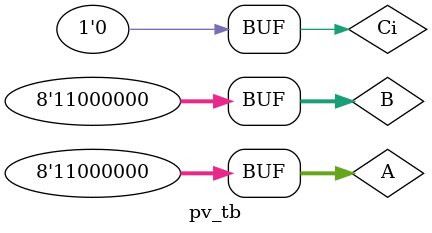
<source format=v>
module TW (input [1:0]X  , input [1:0] Y, input P , output reg [1:0]T , output reg [1:0]W);

wire [1:0]outX;
wire [1:0]outY;
assign outX = X[1:0];
assign outY = Y[1:0];

wire [3:0] concatanate;
assign concatanate ={outX , outY};

always@(*) begin
//0
if (concatanate == 4'b0000 ) 
	begin  
				T	<= 2'b00;
				W	<= 2'b00;
				end 
				
if (concatanate == 4'b1101)

	begin  
				T	<= 2'b00;
				W	<= 2'b00;
				end
				
if (concatanate == 4'b0111)

	begin  
				T	<= 2'b00;
				W	<= 2'b00;
				end
				
//2			
if (concatanate==4'b0101 )
	begin
				T	<= 2'b01;
				W	<= 2'b00;
				end

//-2		
if (concatanate==4'b1111 )
	begin
				T	<= 2'b11;
				W	<= 2'b00;
				end 
//1		p=0	
 if (concatanate==4'b0100 && P==1'b0 )
	begin
				T	<= 2'b01;
				W	<= 2'b11;
				end				
 if (concatanate==4'b0001 && P==1'b0 )
	begin
				T	<= 2'b01;
				W	<= 2'b11;
				end	
// 1 p=1
			
if (concatanate==4'b0100 && P==1'b1 )
	begin
				T	<= 2'b00;
				W	<= 2'b01;
				end	
			
if (concatanate==4'b0001 && P==1'b1 )
	begin
				T	<= 2'b00;
				W	<= 2'b01;
				end
//	-1	

if (concatanate==4'b1100 && P==1'b0 )
	begin
				T	<= 2'b00;
				W	<= 2'b11;
				end 				
if (concatanate==4'b0011 && P==1'b0 )
	begin
				T	<= 2'b00;
				W	<= 2'b11;
				end 
if (concatanate==4'b1100 && P==1'b1 )
	begin
				T	<= 2'b11;
				W	<= 2'b01;
				end 
 
if(concatanate==4'b0011 && P==1'b1 )
	begin
				T	<= 2'b11;
				W	<= 2'b01;
			end 

end			
endmodule



module PP(input [1:0]N1 , input [1:0]N2 ,output reg P);

always@(*) 
begin
	if (N1[1]==0 && N2[1]==0)
		  P = 1'b0;
	else
		  P = 1'b1;	
end
endmodule


module pervious_info(input [7:0]A , input [7:0]B, input cin , output [7:0] result , output carryout);

wire [1:0]T0;
wire [1:0]T1;
wire [1:0]T2;
wire [1:0]T3;
wire [1:0]T4;

wire [1:0]W0;
wire [1:0]W1;
wire [1:0]W2;
wire [1:0]W3;

wire [1:0]S0;
wire [1:0]S1;
wire [1:0]S2;
wire [1:0]S3;

wire P0;
wire P1;
wire P2;
wire P3;
wire P4;

PP P01(A[1:0] , B[1:0] , P1 );
PP P11(A[3:2] , B[3:2] , P2 );
PP P21(A[5:4] , B[5:4] , P3 );
PP P31(A[7:6] , B[7:6] , P4 );

TW TW0(A[1:0] , B[1:0] , 1'b0 , T1 , W0);
TW TW1(A[3:2] , B[3:2] , P1   , T2 , W1);
TW TW2(A[5:4] , B[5:4] , P2   , T3 , W2);
TW TW3(A[7:6] , B[7:6] , P3   , T4 , W3);



assign T0 = cin;
assign carryout = T4;	
assign	S0= W0;
assign  S1=	T1 + W1;
assign	S2= T2 + W2;
assign  S3= T3 + W3;
	
assign result ={S3 , S2 , S1 , S0};
	
endmodule 


module pv_tb();
   reg [7:0] A;
   reg [7:0] B;
   reg Ci;
   wire [7:0] result;
   wire carryout;
  
	pervious_info pv(A , B, ci , result , carryout);
	initial
  begin
    $display("A              |B        || cout  | sum             ");
  end
  
  initial
  begin
    $monitor("%b | %b  |||| %b   |%b", A[7:0], B[7:0] , carryout, result);
  end
	
   initial begin
   A = 8'b0000_0101;
   B = 8'b0001_0001;
   Ci = 0;

   #100

   A = 8'b0000_0101;
   B = 8'b1101_0011;
   Ci = 0;

    #100
   A = 8'b1100_0000;
   B = 8'b1100_0000;
   Ci = 0;

end
endmodule
































</source>
